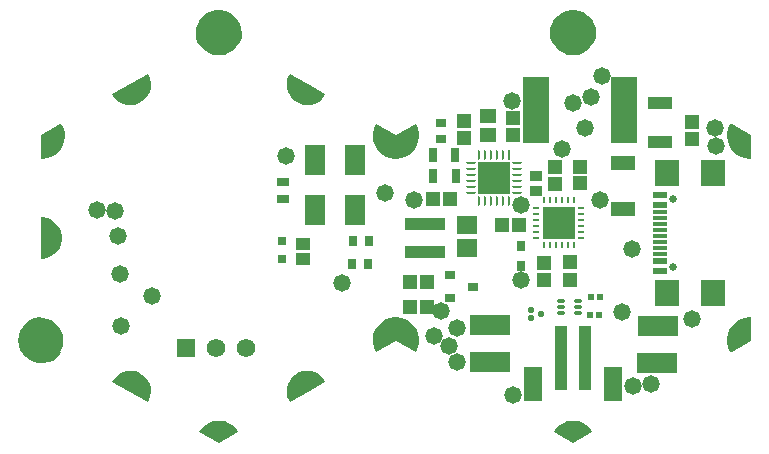
<source format=gbr>
G04*
G04 #@! TF.GenerationSoftware,Altium Limited,Altium Designer,25.8.1 (18)*
G04*
G04 Layer_Color=8388736*
%FSLAX44Y44*%
%MOMM*%
G71*
G04*
G04 #@! TF.SameCoordinates,1DE417C5-642A-4503-87AC-C91C357E1F8F*
G04*
G04*
G04 #@! TF.FilePolarity,Negative*
G04*
G01*
G75*
%ADD18R,2.0500X1.1000*%
%ADD19R,0.2500X0.6000*%
%ADD20R,0.6000X0.2500*%
%ADD21R,2.7000X2.7000*%
%ADD27R,1.7500X2.6500*%
%ADD28R,1.0000X5.5000*%
%ADD29R,1.6000X3.0000*%
%ADD31R,2.3000X5.6000*%
%ADD32R,0.8000X0.9000*%
%ADD33R,2.1000X1.2700*%
%ADD34R,3.4300X1.7800*%
%ADD35R,0.5153X0.4725*%
G04:AMPARAMS|DCode=36|XSize=0.67mm|YSize=0.3mm|CornerRadius=0.0495mm|HoleSize=0mm|Usage=FLASHONLY|Rotation=0.000|XOffset=0mm|YOffset=0mm|HoleType=Round|Shape=RoundedRectangle|*
%AMROUNDEDRECTD36*
21,1,0.6700,0.2010,0,0,0.0*
21,1,0.5710,0.3000,0,0,0.0*
1,1,0.0990,0.2855,-0.1005*
1,1,0.0990,-0.2855,-0.1005*
1,1,0.0990,-0.2855,0.1005*
1,1,0.0990,0.2855,0.1005*
%
%ADD36ROUNDEDRECTD36*%
%ADD38R,0.9000X0.8000*%
%ADD41R,0.2393X0.8291*%
G04:AMPARAMS|DCode=42|XSize=0.8291mm|YSize=0.2393mm|CornerRadius=0.1196mm|HoleSize=0mm|Usage=FLASHONLY|Rotation=270.000|XOffset=0mm|YOffset=0mm|HoleType=Round|Shape=RoundedRectangle|*
%AMROUNDEDRECTD42*
21,1,0.8291,0.0000,0,0,270.0*
21,1,0.5898,0.2393,0,0,270.0*
1,1,0.2393,0.0000,-0.2949*
1,1,0.2393,0.0000,0.2949*
1,1,0.2393,0.0000,0.2949*
1,1,0.2393,0.0000,-0.2949*
%
%ADD42ROUNDEDRECTD42*%
G04:AMPARAMS|DCode=43|XSize=0.2393mm|YSize=0.8291mm|CornerRadius=0.1196mm|HoleSize=0mm|Usage=FLASHONLY|Rotation=270.000|XOffset=0mm|YOffset=0mm|HoleType=Round|Shape=RoundedRectangle|*
%AMROUNDEDRECTD43*
21,1,0.2393,0.5898,0,0,270.0*
21,1,0.0000,0.8291,0,0,270.0*
1,1,0.2393,-0.2949,0.0000*
1,1,0.2393,-0.2949,0.0000*
1,1,0.2393,0.2949,0.0000*
1,1,0.2393,0.2949,0.0000*
%
%ADD43ROUNDEDRECTD43*%
%ADD44R,1.4562X1.2546*%
%ADD45R,0.8121X0.6587*%
%ADD46R,0.7000X1.3000*%
%ADD48R,0.6587X0.8121*%
%ADD49R,1.1500X0.3000*%
%ADD50R,1.1500X0.6000*%
%ADD51R,2.0000X2.1800*%
%ADD52R,3.4000X0.9800*%
%ADD54R,0.8000X0.8000*%
G04:AMPARAMS|DCode=55|XSize=1.2032mm|YSize=1.2032mm|CornerRadius=0.6016mm|HoleSize=0mm|Usage=FLASHONLY|Rotation=30.000|XOffset=0mm|YOffset=0mm|HoleType=Round|Shape=RoundedRectangle|*
%AMROUNDEDRECTD55*
21,1,1.2032,0.0000,0,0,30.0*
21,1,0.0000,1.2032,0,0,30.0*
1,1,1.2032,0.0000,0.0000*
1,1,1.2032,0.0000,0.0000*
1,1,1.2032,0.0000,0.0000*
1,1,1.2032,0.0000,0.0000*
%
%ADD55ROUNDEDRECTD55*%
%ADD56R,1.2532X1.2032*%
G04:AMPARAMS|DCode=57|XSize=1.2032mm|YSize=1.2032mm|CornerRadius=0.6016mm|HoleSize=0mm|Usage=FLASHONLY|Rotation=90.000|XOffset=0mm|YOffset=0mm|HoleType=Round|Shape=RoundedRectangle|*
%AMROUNDEDRECTD57*
21,1,1.2032,0.0000,0,0,90.0*
21,1,0.0000,1.2032,0,0,90.0*
1,1,1.2032,0.0000,0.0000*
1,1,1.2032,0.0000,0.0000*
1,1,1.2032,0.0000,0.0000*
1,1,1.2032,0.0000,0.0000*
%
%ADD57ROUNDEDRECTD57*%
%ADD58R,1.2532X1.1532*%
G04:AMPARAMS|DCode=59|XSize=1.2032mm|YSize=1.2032mm|CornerRadius=0.6016mm|HoleSize=0mm|Usage=FLASHONLY|Rotation=330.000|XOffset=0mm|YOffset=0mm|HoleType=Round|Shape=RoundedRectangle|*
%AMROUNDEDRECTD59*
21,1,1.2032,0.0000,0,0,330.0*
21,1,0.0000,1.2032,0,0,330.0*
1,1,1.2032,0.0000,0.0000*
1,1,1.2032,0.0000,0.0000*
1,1,1.2032,0.0000,0.0000*
1,1,1.2032,0.0000,0.0000*
%
%ADD59ROUNDEDRECTD59*%
%ADD60R,1.0532X0.9532*%
G04:AMPARAMS|DCode=61|XSize=0.5032mm|YSize=0.5032mm|CornerRadius=0.1511mm|HoleSize=0mm|Usage=FLASHONLY|Rotation=270.000|XOffset=0mm|YOffset=0mm|HoleType=Round|Shape=RoundedRectangle|*
%AMROUNDEDRECTD61*
21,1,0.5032,0.2010,0,0,270.0*
21,1,0.2010,0.5032,0,0,270.0*
1,1,0.3022,-0.1005,-0.1005*
1,1,0.3022,-0.1005,0.1005*
1,1,0.3022,0.1005,0.1005*
1,1,0.3022,0.1005,-0.1005*
%
%ADD61ROUNDEDRECTD61*%
%ADD62R,1.1532X1.2532*%
%ADD63R,1.7032X1.6032*%
%ADD64R,2.8000X2.8000*%
%ADD65R,0.9900X0.7400*%
%ADD66R,1.1532X1.0032*%
%ADD67C,0.6500*%
%ADD68C,1.5700*%
%ADD69R,1.5700X1.5700*%
%ADD70C,1.4732*%
G36*
X153602Y191945D02*
X157319Y190313D01*
X160621Y187953D01*
X163369Y184964D01*
X165443Y181474D01*
X166757Y177633D01*
X167254Y173604D01*
X166912Y169559D01*
X165747Y165671D01*
X164778Y163887D01*
Y163887D01*
X147599Y173778D01*
X163910Y164387D01*
X163116Y162923D01*
X161034Y160324D01*
X158522Y158138D01*
X155660Y156435D01*
X152541Y155268D01*
X149264Y154675D01*
X145934D01*
X142657Y155268D01*
X139538Y156435D01*
X136677Y158138D01*
X134165Y160324D01*
X132082Y162923D01*
X131289Y164387D01*
X130421Y163887D01*
X129452Y165671D01*
X128287Y169559D01*
X127945Y173604D01*
X128442Y177633D01*
X129755Y181474D01*
X131830Y184964D01*
X134577Y187953D01*
X137880Y190313D01*
X141597Y191945D01*
X145570Y192779D01*
X149629D01*
X153602Y191945D01*
D02*
G37*
G36*
X-146397D02*
X-142680Y190313D01*
X-139378Y187953D01*
X-136631Y184964D01*
X-134556Y181474D01*
X-133243Y177633D01*
X-132746Y173604D01*
X-133087Y169559D01*
X-134252Y165671D01*
X-135222Y163887D01*
Y163887D01*
X-152400Y173778D01*
X-136089Y164387D01*
X-136883Y162923D01*
X-138966Y160324D01*
X-141478Y158138D01*
X-144339Y156435D01*
X-147458Y155268D01*
X-150735Y154675D01*
X-154065D01*
X-157342Y155268D01*
X-160461Y156435D01*
X-163322Y158138D01*
X-165834Y160324D01*
X-167917Y162923D01*
X-168711Y164387D01*
X-169578Y163887D01*
X-170548Y165671D01*
X-171713Y169559D01*
X-172054Y173604D01*
X-171558Y177633D01*
X-170244Y181474D01*
X-168169Y184964D01*
X-165422Y187953D01*
X-162120Y190313D01*
X-158403Y191945D01*
X-154430Y192779D01*
X-150370D01*
X-146397Y191945D01*
D02*
G37*
G36*
X-92289Y139060D02*
X-92277Y139080D01*
X-77174Y130346D01*
X-62065Y121637D01*
X-62076Y121617D01*
X-62023Y121586D01*
X-62856Y120043D01*
X-65104Y117351D01*
X-67840Y115159D01*
X-70958Y113554D01*
X-74333Y112600D01*
X-77829Y112336D01*
X-81309Y112771D01*
X-84633Y113888D01*
X-86165Y114774D01*
X-87704Y115661D01*
X-90333Y117981D01*
X-92450Y120777D01*
X-93969Y123937D01*
X-94830Y127337D01*
X-94999Y130839D01*
X-94469Y134305D01*
X-93261Y137598D01*
X-92343Y139091D01*
X-92289Y139060D01*
D02*
G37*
G36*
X-211602Y137587D02*
X-210390Y134297D01*
X-209856Y130831D01*
X-210020Y127328D01*
X-210877Y123928D01*
X-212392Y120765D01*
X-214505Y117967D01*
X-217131Y115644D01*
X-220167Y113888D01*
X-223491Y112771D01*
X-226971Y112336D01*
X-230467Y112600D01*
X-233842Y113554D01*
X-236960Y115159D01*
X-239697Y117351D01*
X-241944Y120043D01*
X-242778Y121586D01*
X-242778D01*
X-212523Y139080D01*
X-211602Y137587D01*
D02*
G37*
G36*
X-285740Y96820D02*
D01*
X-285740D01*
X-285740D01*
D02*
G37*
G36*
X-284825Y95325D02*
X-283556Y92057D01*
X-282889Y88616D01*
X-282844Y85111D01*
X-283423Y81654D01*
X-284608Y78355D01*
X-286361Y75319D01*
X-288626Y72643D01*
X-291330Y70413D01*
X-294388Y68700D01*
X-297702Y67557D01*
X-301166Y67023D01*
X-302918Y67067D01*
X-302917Y68069D01*
X-302920Y68069D01*
Y68069D01*
X-302897Y86890D01*
X-286609Y96320D01*
X-286608Y96318D01*
X-285740Y96820D01*
X-284825Y95325D01*
D02*
G37*
G36*
X281810Y96269D02*
X281842Y96320D01*
X281842D01*
X298130Y86890D01*
X298152Y68069D01*
X298099Y68068D01*
Y67106D01*
X296351Y67059D01*
X292893Y67589D01*
X289584Y68726D01*
X286530Y70432D01*
X283828Y72655D01*
X281565Y75323D01*
X279812Y78351D01*
X278626Y81642D01*
X278044Y85092D01*
X278084Y88590D01*
X278747Y92025D01*
X280009Y95288D01*
X280921Y96781D01*
Y96781D01*
X281810Y96269D01*
D02*
G37*
G36*
X-2400Y87176D02*
X14278Y96781D01*
X15189Y95288D01*
X16452Y92025D01*
X17114Y88590D01*
X17155Y85092D01*
X16573Y81642D01*
X15387Y78351D01*
X13634Y75323D01*
X11371Y72655D01*
X8669Y70432D01*
X5615Y68726D01*
X2306Y67589D01*
X-1152Y67059D01*
X-2400Y67093D01*
X-3649Y67059D01*
X-7107Y67589D01*
X-10416Y68726D01*
X-13470Y70432D01*
X-16171Y72655D01*
X-18435Y75323D01*
X-20187Y78351D01*
X-21374Y81642D01*
X-21956Y85092D01*
X-21915Y88590D01*
X-21253Y92025D01*
X-19990Y95288D01*
X-19079Y96781D01*
Y96781D01*
X-2400Y87176D01*
D02*
G37*
G36*
X-297687Y16945D02*
X-294415Y15672D01*
X-291462Y13774D01*
X-288944Y11327D01*
X-286963Y8429D01*
X-285596Y5196D01*
X-284899Y1755D01*
Y-1755D01*
X-285596Y-5196D01*
X-286963Y-8429D01*
X-288944Y-11327D01*
X-291462Y-13774D01*
X-294415Y-15672D01*
X-297687Y-16945D01*
X-297715Y-16950D01*
X-297726Y-16954D01*
X-301181Y-17554D01*
X-302934Y-17505D01*
X-302934D01*
X-302957Y17443D01*
X-302900Y17444D01*
Y17493D01*
X-301146Y17544D01*
X-297687Y16945D01*
D02*
G37*
G36*
X2306Y-67589D02*
X5615Y-68726D01*
X8669Y-70432D01*
X11371Y-72655D01*
X13634Y-75323D01*
X15387Y-78351D01*
X16573Y-81642D01*
X17155Y-85092D01*
X17114Y-88590D01*
X16452Y-92025D01*
X15189Y-95288D01*
X14278Y-96781D01*
X-2400Y-87176D01*
X-19079Y-96781D01*
X-19990Y-95288D01*
X-21253Y-92025D01*
X-21915Y-88590D01*
X-21956Y-85092D01*
X-21374Y-81642D01*
X-20187Y-78351D01*
X-18435Y-75323D01*
X-16171Y-72655D01*
X-13470Y-70432D01*
X-10416Y-68726D01*
X-7107Y-67589D01*
X-3649Y-67059D01*
X-2400Y-67093D01*
X-1152Y-67059D01*
X2306Y-67589D01*
D02*
G37*
G36*
X298099Y-67106D02*
Y-68068D01*
X298152Y-68069D01*
X298152Y-68069D01*
X298130Y-86890D01*
X281842Y-96320D01*
X281810Y-96269D01*
X280921Y-96781D01*
X280009Y-95288D01*
X278747Y-92025D01*
X278084Y-88590D01*
X278044Y-85092D01*
X278626Y-81642D01*
X279812Y-78351D01*
X281565Y-75323D01*
X283828Y-72655D01*
X286530Y-70432D01*
X289584Y-68726D01*
X292893Y-67589D01*
X296351Y-67059D01*
X298099Y-67106D01*
D02*
G37*
G36*
X14278Y-96781D02*
X14278D01*
D01*
X14278D01*
D02*
G37*
G36*
X-302917Y-68069D02*
X-301255Y-68025D01*
X-297964Y-68529D01*
X-294814Y-69612D01*
X-291908Y-71238D01*
X-289338Y-73355D01*
X-287186Y-75897D01*
X-285521Y-78781D01*
X-284396Y-81915D01*
X-283847Y-85200D01*
X-283892Y-88529D01*
X-284529Y-91798D01*
X-285738Y-94901D01*
X-286608Y-96318D01*
X-285740Y-96820D01*
X-286800Y-98551D01*
X-289585Y-101504D01*
X-292917Y-103823D01*
X-296655Y-105407D01*
X-300638Y-106190D01*
X-304697Y-106138D01*
X-308659Y-105253D01*
X-312354Y-103574D01*
X-315626Y-101171D01*
X-318335Y-98147D01*
X-320365Y-94632D01*
X-321629Y-90774D01*
X-322074Y-86740D01*
X-321681Y-82699D01*
X-320466Y-78826D01*
X-318482Y-75285D01*
X-315812Y-72226D01*
X-312571Y-69782D01*
X-308898Y-68055D01*
X-304947Y-67120D01*
X-302918Y-67067D01*
X-302918Y-67067D01*
X-302917Y-68069D01*
D02*
G37*
G36*
X-74333Y-112600D02*
X-70958Y-113554D01*
X-67840Y-115159D01*
X-65104Y-117351D01*
X-62856Y-120043D01*
X-62023Y-121586D01*
D01*
Y-121586D01*
X-77150Y-130333D01*
X-92277Y-139080D01*
X-93198Y-137587D01*
X-94410Y-134297D01*
X-94944Y-130831D01*
X-94780Y-127329D01*
X-93923Y-123928D01*
X-92408Y-120766D01*
X-90295Y-117967D01*
X-87669Y-115644D01*
X-84633Y-113888D01*
X-81309Y-112771D01*
X-77829Y-112336D01*
X-74333Y-112600D01*
D02*
G37*
G36*
X-223491Y-112771D02*
X-220167Y-113888D01*
X-218636Y-114774D01*
X-217097Y-115661D01*
X-214467Y-117981D01*
X-212350Y-120777D01*
X-210831Y-123937D01*
X-209970Y-127337D01*
X-209801Y-130839D01*
X-210331Y-134305D01*
X-211539Y-137598D01*
X-212457Y-139091D01*
D01*
X-212457Y-139091D01*
X-212457Y-139091D01*
X-212511Y-139060D01*
X-212523Y-139080D01*
D01*
X-212523Y-139080D01*
X-212523Y-139080D01*
X-227626Y-130346D01*
X-242735Y-121637D01*
X-242724Y-121617D01*
X-242778Y-121586D01*
X-241944Y-120043D01*
X-239697Y-117351D01*
X-236960Y-115159D01*
X-233842Y-113554D01*
X-230467Y-112600D01*
X-226971Y-112336D01*
X-223491Y-112771D01*
D02*
G37*
G36*
X152541Y-155268D02*
X155660Y-156435D01*
X158522Y-158139D01*
X161034Y-160324D01*
X163116Y-162923D01*
X163910Y-164387D01*
X147599Y-173778D01*
X131289Y-164387D01*
X132082Y-162923D01*
X134165Y-160324D01*
X136677Y-158139D01*
X139538Y-156435D01*
X142657Y-155268D01*
X145934Y-154675D01*
X149264D01*
X152541Y-155268D01*
D02*
G37*
G36*
X-147458D02*
X-144339Y-156435D01*
X-141478Y-158139D01*
X-138966Y-160324D01*
X-136883Y-162923D01*
X-136089Y-164387D01*
X-152400Y-173778D01*
X-168711Y-164387D01*
X-167917Y-162923D01*
X-165834Y-160324D01*
X-163322Y-158139D01*
X-160461Y-156435D01*
X-157342Y-155268D01*
X-154065Y-154675D01*
X-150735D01*
X-147458Y-155268D01*
D02*
G37*
D18*
X221036Y81080D02*
D03*
Y114080D02*
D03*
D19*
X148104Y31695D02*
D03*
X143103D02*
D03*
X138104D02*
D03*
X133103D02*
D03*
X128103D02*
D03*
X123104D02*
D03*
Y-6305D02*
D03*
X128103D02*
D03*
X133103D02*
D03*
X138104D02*
D03*
X143103D02*
D03*
X148104D02*
D03*
D20*
X116604Y25195D02*
D03*
Y20194D02*
D03*
Y15195D02*
D03*
Y10194D02*
D03*
Y5195D02*
D03*
Y194D02*
D03*
X154604D02*
D03*
Y5195D02*
D03*
Y10194D02*
D03*
Y15195D02*
D03*
Y20194D02*
D03*
Y25195D02*
D03*
D21*
X135603Y12694D02*
D03*
D27*
X-37030Y23388D02*
D03*
X-71123D02*
D03*
X-37030Y66387D02*
D03*
X-71123D02*
D03*
D28*
X157530Y-101574D02*
D03*
X137530D02*
D03*
D29*
X181530Y-124074D02*
D03*
X113530D02*
D03*
D31*
X190345Y108498D02*
D03*
X116345D02*
D03*
D32*
X103156Y-23617D02*
D03*
Y-6617D02*
D03*
D33*
X189532Y24196D02*
D03*
Y63796D02*
D03*
D34*
X218405Y-105886D02*
D03*
X219276Y-74509D02*
D03*
X77289Y-73421D02*
D03*
X77687Y-104866D02*
D03*
D35*
X161966Y-64875D02*
D03*
X169537D02*
D03*
X162482Y-49906D02*
D03*
X170053D02*
D03*
D36*
X137155Y-53695D02*
D03*
Y-58695D02*
D03*
Y-63695D02*
D03*
X151955D02*
D03*
Y-58695D02*
D03*
Y-53695D02*
D03*
D38*
X43078Y-31674D02*
D03*
Y-50675D02*
D03*
X63078Y-41175D02*
D03*
D41*
X92989Y70540D02*
D03*
D42*
X87989D02*
D03*
X82989D02*
D03*
X77989D02*
D03*
X72989D02*
D03*
X67989D02*
D03*
Y31249D02*
D03*
X72989D02*
D03*
X77989D02*
D03*
X82989D02*
D03*
X87989D02*
D03*
X92989D02*
D03*
D43*
X60844Y63394D02*
D03*
Y58394D02*
D03*
Y53394D02*
D03*
Y48394D02*
D03*
Y43394D02*
D03*
Y38394D02*
D03*
X100135D02*
D03*
Y43394D02*
D03*
Y48394D02*
D03*
Y53394D02*
D03*
Y58394D02*
D03*
Y63394D02*
D03*
D44*
X75508Y86923D02*
D03*
Y103439D02*
D03*
D45*
X35806Y84113D02*
D03*
Y97647D02*
D03*
D46*
X28985Y70031D02*
D03*
X47985D02*
D03*
X29169Y52164D02*
D03*
X48169D02*
D03*
D48*
X-38788Y-2891D02*
D03*
X-25253D02*
D03*
X-39317Y-22286D02*
D03*
X-25783D02*
D03*
D49*
X221369Y21710D02*
D03*
Y16710D02*
D03*
Y11710D02*
D03*
Y6710D02*
D03*
Y1710D02*
D03*
Y-3290D02*
D03*
Y-8290D02*
D03*
Y-13290D02*
D03*
D50*
Y28210D02*
D03*
Y-19790D02*
D03*
Y36210D02*
D03*
Y-27790D02*
D03*
D51*
X227120Y55310D02*
D03*
Y-46890D02*
D03*
X266419Y55310D02*
D03*
Y-46890D02*
D03*
D52*
X22424Y-12016D02*
D03*
Y11684D02*
D03*
D54*
X-98806Y-17660D02*
D03*
Y-2660D02*
D03*
D55*
X290700Y82601D02*
D03*
X-295468Y-82601D02*
D03*
X-223901Y-123901D02*
D03*
X-80899Y123901D02*
D03*
D56*
X153618Y60363D02*
D03*
Y46364D02*
D03*
D57*
X147599Y165199D02*
D03*
Y-165199D02*
D03*
X-1679Y77521D02*
D03*
X-152400Y165199D02*
D03*
X-1679Y-77521D02*
D03*
X-152400Y-165199D02*
D03*
X-80899Y-123901D02*
D03*
X-223901Y123901D02*
D03*
D58*
X132601Y45687D02*
D03*
Y60187D02*
D03*
X122664Y-35695D02*
D03*
Y-21195D02*
D03*
X145351Y-35296D02*
D03*
Y-20797D02*
D03*
X248057Y83660D02*
D03*
Y98160D02*
D03*
X54931Y84466D02*
D03*
Y98966D02*
D03*
X96495Y87333D02*
D03*
Y101833D02*
D03*
D59*
X290700Y-82601D02*
D03*
X-295468Y82601D02*
D03*
X-295501Y-0D02*
D03*
D60*
X116497Y40044D02*
D03*
Y52544D02*
D03*
D61*
X112046Y-61165D02*
D03*
X120546Y-64665D02*
D03*
X112046Y-68165D02*
D03*
D62*
X101885Y11118D02*
D03*
X87385D02*
D03*
X9295Y-37236D02*
D03*
X23795D02*
D03*
X9295Y-58343D02*
D03*
X23795D02*
D03*
X29179Y32711D02*
D03*
X43679D02*
D03*
D63*
X58061Y-8264D02*
D03*
Y10736D02*
D03*
D64*
X80489Y50894D02*
D03*
D65*
X-98154Y47014D02*
D03*
Y33014D02*
D03*
D66*
X-81026Y-5180D02*
D03*
Y-17680D02*
D03*
D67*
X232119Y33110D02*
D03*
Y-24690D02*
D03*
D68*
X-129178Y-93003D02*
D03*
X-154579D02*
D03*
D69*
X-179979D02*
D03*
D70*
X-237741Y1501D02*
D03*
X-239941Y22954D02*
D03*
X-255344Y23504D02*
D03*
X-235816Y-30404D02*
D03*
X170325Y31926D02*
D03*
X35814Y-61723D02*
D03*
X42527Y-91189D02*
D03*
X48948Y-105401D02*
D03*
X49678Y-76612D02*
D03*
X29716Y-82655D02*
D03*
X96666Y-132951D02*
D03*
X198420Y-125050D02*
D03*
X213609Y-123810D02*
D03*
X189400Y-63134D02*
D03*
X247985Y-68360D02*
D03*
X268888Y77688D02*
D03*
X268083Y92796D02*
D03*
X-95768Y69043D02*
D03*
X-48260Y-38101D02*
D03*
X157988Y92709D02*
D03*
X163068Y119633D02*
D03*
X147828Y114045D02*
D03*
X103156Y-35243D02*
D03*
X95758Y115569D02*
D03*
X103124Y28193D02*
D03*
X138176Y75437D02*
D03*
X12954Y32257D02*
D03*
X-11938Y37899D02*
D03*
X197358Y-9145D02*
D03*
X171704Y136905D02*
D03*
X-209296Y-48769D02*
D03*
X-234950Y-74423D02*
D03*
M02*

</source>
